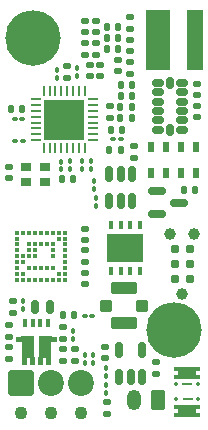
<source format=gbr>
%TF.GenerationSoftware,KiCad,Pcbnew,9.0.7*%
%TF.CreationDate,2026-02-19T22:00:42-05:00*%
%TF.ProjectId,OshEasyMini,4f736845-6173-4794-9d69-6e692e6b6963,rev?*%
%TF.SameCoordinates,Original*%
%TF.FileFunction,Soldermask,Bot*%
%TF.FilePolarity,Negative*%
%FSLAX46Y46*%
G04 Gerber Fmt 4.6, Leading zero omitted, Abs format (unit mm)*
G04 Created by KiCad (PCBNEW 9.0.7) date 2026-02-19 22:00:42*
%MOMM*%
%LPD*%
G01*
G04 APERTURE LIST*
G04 Aperture macros list*
%AMRoundRect*
0 Rectangle with rounded corners*
0 $1 Rounding radius*
0 $2 $3 $4 $5 $6 $7 $8 $9 X,Y pos of 4 corners*
0 Add a 4 corners polygon primitive as box body*
4,1,4,$2,$3,$4,$5,$6,$7,$8,$9,$2,$3,0*
0 Add four circle primitives for the rounded corners*
1,1,$1+$1,$2,$3*
1,1,$1+$1,$4,$5*
1,1,$1+$1,$6,$7*
1,1,$1+$1,$8,$9*
0 Add four rect primitives between the rounded corners*
20,1,$1+$1,$2,$3,$4,$5,0*
20,1,$1+$1,$4,$5,$6,$7,0*
20,1,$1+$1,$6,$7,$8,$9,0*
20,1,$1+$1,$8,$9,$2,$3,0*%
%AMFreePoly0*
4,1,17,1.515000,0.170000,0.915000,0.170000,0.915000,-0.080000,1.515000,-0.080000,1.515000,-0.480000,0.915000,-0.480000,0.915000,-0.505000,-0.395000,-0.505000,-0.395000,-1.005000,-0.825000,-1.005000,-0.825000,-0.625000,-0.915000,-0.625000,-0.915000,0.505000,0.815000,0.505000,0.815000,0.570000,1.515000,0.570000,1.515000,0.170000,1.515000,0.170000,$1*%
%AMFreePoly1*
4,1,17,-0.395000,0.505000,0.915000,0.505000,0.915000,0.480000,1.515000,0.480000,1.515000,0.080000,0.915000,0.080000,0.915000,-0.170000,1.515000,-0.170000,1.515000,-0.570000,0.815000,-0.570000,0.815000,-0.505000,-0.915000,-0.505000,-0.915000,0.625000,-0.825000,0.625000,-0.825000,1.005000,-0.395000,1.005000,-0.395000,0.505000,-0.395000,0.505000,$1*%
%AMFreePoly2*
4,1,15,1.100000,0.175000,0.750000,0.175000,0.750000,-0.175000,1.100000,-0.175000,1.100000,-0.475000,0.750000,-0.475000,-0.750000,-0.475000,-1.100000,-0.475000,-1.100000,-0.175000,-0.750000,-0.175000,-0.750000,0.175000,-1.100000,0.175000,-1.100000,0.475000,1.100000,0.475000,1.100000,0.175000,1.100000,0.175000,$1*%
G04 Aperture macros list end*
%ADD10C,1.100000*%
%ADD11RoundRect,0.249999X-0.850001X-0.850001X0.850001X-0.850001X0.850001X0.850001X-0.850001X0.850001X0*%
%ADD12C,2.200000*%
%ADD13RoundRect,0.250000X0.350000X0.625000X-0.350000X0.625000X-0.350000X-0.625000X0.350000X-0.625000X0*%
%ADD14O,1.200000X1.750000*%
%ADD15C,4.700000*%
%ADD16RoundRect,0.140000X0.140000X0.170000X-0.140000X0.170000X-0.140000X-0.170000X0.140000X-0.170000X0*%
%ADD17RoundRect,0.150000X0.150000X0.450000X-0.150000X0.450000X-0.150000X-0.450000X0.150000X-0.450000X0*%
%ADD18RoundRect,0.100000X0.100000X-0.130000X0.100000X0.130000X-0.100000X0.130000X-0.100000X-0.130000X0*%
%ADD19RoundRect,0.135000X-0.185000X0.135000X-0.185000X-0.135000X0.185000X-0.135000X0.185000X0.135000X0*%
%ADD20RoundRect,0.135000X0.185000X-0.135000X0.185000X0.135000X-0.185000X0.135000X-0.185000X-0.135000X0*%
%ADD21RoundRect,0.140000X0.170000X-0.140000X0.170000X0.140000X-0.170000X0.140000X-0.170000X-0.140000X0*%
%ADD22R,0.550000X0.950000*%
%ADD23RoundRect,0.140000X-0.140000X-0.170000X0.140000X-0.170000X0.140000X0.170000X-0.140000X0.170000X0*%
%ADD24RoundRect,0.100000X-0.100000X0.130000X-0.100000X-0.130000X0.100000X-0.130000X0.100000X0.130000X0*%
%ADD25RoundRect,0.147500X0.172500X-0.147500X0.172500X0.147500X-0.172500X0.147500X-0.172500X-0.147500X0*%
%ADD26RoundRect,0.100000X-0.400000X0.400000X-0.400000X-0.400000X0.400000X-0.400000X0.400000X0.400000X0*%
%ADD27RoundRect,0.105000X-0.995000X0.420000X-0.995000X-0.420000X0.995000X-0.420000X0.995000X0.420000X0*%
%ADD28RoundRect,0.100000X0.130000X0.100000X-0.130000X0.100000X-0.130000X-0.100000X0.130000X-0.100000X0*%
%ADD29RoundRect,0.140000X-0.170000X0.140000X-0.170000X-0.140000X0.170000X-0.140000X0.170000X0.140000X0*%
%ADD30RoundRect,0.147500X0.147500X0.172500X-0.147500X0.172500X-0.147500X-0.172500X0.147500X-0.172500X0*%
%ADD31RoundRect,0.147500X-0.147500X-0.172500X0.147500X-0.172500X0.147500X0.172500X-0.147500X0.172500X0*%
%ADD32R,0.304800X0.762000*%
%ADD33R,3.098800X2.387600*%
%ADD34R,0.350000X0.760000*%
%ADD35FreePoly0,270.000000*%
%ADD36FreePoly1,270.000000*%
%ADD37R,2.000000X5.080000*%
%ADD38RoundRect,0.150000X-0.150000X0.512500X-0.150000X-0.512500X0.150000X-0.512500X0.150000X0.512500X0*%
%ADD39FreePoly2,180.000000*%
%ADD40RoundRect,0.075000X0.100000X0.075000X-0.100000X0.075000X-0.100000X-0.075000X0.100000X-0.075000X0*%
%ADD41RoundRect,0.058750X0.376250X0.058750X-0.376250X0.058750X-0.376250X-0.058750X0.376250X-0.058750X0*%
%ADD42RoundRect,0.150000X0.325000X0.150000X-0.325000X0.150000X-0.325000X-0.150000X0.325000X-0.150000X0*%
%ADD43RoundRect,0.150000X0.150000X0.325000X-0.150000X0.325000X-0.150000X-0.325000X0.150000X-0.325000X0*%
%ADD44RoundRect,0.150000X-0.587500X-0.150000X0.587500X-0.150000X0.587500X0.150000X-0.587500X0.150000X0*%
%ADD45RoundRect,0.100000X-0.130000X-0.100000X0.130000X-0.100000X0.130000X0.100000X-0.130000X0.100000X0*%
%ADD46C,0.370000*%
%ADD47C,0.990600*%
%ADD48C,0.787400*%
%ADD49RoundRect,0.150000X0.150000X-0.512500X0.150000X0.512500X-0.150000X0.512500X-0.150000X-0.512500X0*%
%ADD50R,0.900000X0.800000*%
%ADD51R,1.400000X5.080000*%
%ADD52RoundRect,0.062500X-0.375000X-0.062500X0.375000X-0.062500X0.375000X0.062500X-0.375000X0.062500X0*%
%ADD53RoundRect,0.062500X-0.062500X-0.375000X0.062500X-0.375000X0.062500X0.375000X-0.062500X0.375000X0*%
%ADD54R,3.450000X3.450000*%
%ADD55FreePoly2,0.000000*%
%ADD56RoundRect,0.075000X-0.100000X-0.075000X0.100000X-0.075000X0.100000X0.075000X-0.100000X0.075000X0*%
%ADD57RoundRect,0.058750X-0.376250X-0.058750X0.376250X-0.058750X0.376250X0.058750X-0.376250X0.058750X0*%
G04 APERTURE END LIST*
D10*
%TO.C,J4*%
X91620000Y-64390000D03*
X94160000Y-64390000D03*
X96700000Y-64390000D03*
D11*
X91620000Y-61850000D03*
D12*
X94160000Y-61850000D03*
X96700000Y-61850000D03*
%TD*%
D13*
%TO.C,J6*%
X103180000Y-63250000D03*
D14*
X101180000Y-63250000D03*
%TD*%
D15*
%TO.C,H2*%
X92600000Y-32600000D03*
%TD*%
%TO.C,H1*%
X104600000Y-57350000D03*
%TD*%
D16*
%TO.C,C42*%
X99859506Y-31680235D03*
X98899506Y-31680235D03*
%TD*%
D17*
%TO.C,Y2*%
X94030203Y-55357890D03*
X92830203Y-55357890D03*
%TD*%
D16*
%TO.C,C39*%
X100995892Y-36580123D03*
X100035892Y-36580123D03*
%TD*%
D18*
%TO.C,R59*%
X98840000Y-61220000D03*
X98840000Y-60580000D03*
%TD*%
%TO.C,R9*%
X97950000Y-46825002D03*
X97950000Y-46185002D03*
%TD*%
D19*
%TO.C,R15*%
X95190000Y-57070000D03*
X95190000Y-58090000D03*
%TD*%
D20*
%TO.C,R54*%
X97042106Y-51611254D03*
X97042106Y-50591256D03*
%TD*%
D16*
%TO.C,C41*%
X99855291Y-32597834D03*
X98895291Y-32597834D03*
%TD*%
D21*
%TO.C,C7*%
X106470391Y-37443131D03*
X106470391Y-36483131D03*
%TD*%
D22*
%TO.C,U4*%
X102650000Y-41884904D03*
X103900000Y-41884904D03*
X105150000Y-41884904D03*
X106400000Y-41884904D03*
X106400000Y-44034904D03*
X105150000Y-44034904D03*
X103900000Y-44034904D03*
X102650000Y-44034904D03*
%TD*%
D23*
%TO.C,C27*%
X99090000Y-42130000D03*
X100050000Y-42130000D03*
%TD*%
D24*
%TO.C,R4*%
X96042992Y-57445294D03*
X96042992Y-58085294D03*
%TD*%
D18*
%TO.C,C50*%
X95030356Y-43724934D03*
X95030356Y-43084934D03*
%TD*%
D25*
%TO.C,L2*%
X97408749Y-35862499D03*
X97408749Y-34892499D03*
%TD*%
D21*
%TO.C,C9*%
X101200000Y-42760000D03*
X101200000Y-41800000D03*
%TD*%
D23*
%TO.C,C13*%
X90750978Y-38660977D03*
X91710978Y-38660977D03*
%TD*%
D18*
%TO.C,C51*%
X96790000Y-43700000D03*
X96790000Y-43060000D03*
%TD*%
D23*
%TO.C,C37*%
X100006249Y-38462500D03*
X100966249Y-38462500D03*
%TD*%
D25*
%TO.C,L1*%
X99106249Y-39362500D03*
X99106249Y-38392500D03*
%TD*%
D20*
%TO.C,R19*%
X90900000Y-55937083D03*
X90900000Y-54917085D03*
%TD*%
D26*
%TO.C,J5*%
X98826594Y-55270378D03*
D27*
X100326594Y-56745379D03*
D26*
X101826594Y-55270378D03*
D27*
X100326594Y-53795377D03*
%TD*%
D18*
%TO.C,R5*%
X91737569Y-55548425D03*
X91737569Y-54908425D03*
%TD*%
D28*
%TO.C,C49*%
X100079899Y-41200000D03*
X99439899Y-41200000D03*
%TD*%
D29*
%TO.C,C36*%
X97958005Y-31190767D03*
X97958005Y-32150767D03*
%TD*%
D30*
%TO.C,D6*%
X96136185Y-56071328D03*
X95166185Y-56071328D03*
%TD*%
D31*
%TO.C,L6*%
X98870408Y-33536292D03*
X99840408Y-33536292D03*
%TD*%
D19*
%TO.C,R12*%
X95506249Y-34952501D03*
X95506249Y-35972499D03*
%TD*%
D32*
%TO.C,U19*%
X101650000Y-52387000D03*
X100849900Y-52387000D03*
X100049800Y-52387000D03*
X99249700Y-52387000D03*
X99249700Y-48450000D03*
X100049800Y-48450000D03*
X100849900Y-48450000D03*
X101650000Y-48450000D03*
D33*
X100449850Y-50418500D03*
%TD*%
D24*
%TO.C,C48*%
X94677814Y-35353629D03*
X94677814Y-35993629D03*
%TD*%
D34*
%TO.C,U20*%
X91943463Y-56783325D03*
X92593463Y-56783325D03*
X93243463Y-56783325D03*
X93893463Y-56783325D03*
D35*
X92223463Y-58748325D03*
D36*
X93613463Y-58748325D03*
%TD*%
D37*
%TO.C,J3*%
X103200000Y-32800000D03*
%TD*%
D29*
%TO.C,C31*%
X97006249Y-33062500D03*
X97006249Y-34022500D03*
%TD*%
D38*
%TO.C,U2*%
X99087501Y-44112500D03*
X100037500Y-44112500D03*
X100987499Y-44112500D03*
X100987499Y-46387500D03*
X100037500Y-46387500D03*
X99087501Y-46387500D03*
%TD*%
D24*
%TO.C,R1*%
X97800000Y-44730000D03*
X97800000Y-45370000D03*
%TD*%
%TO.C,R46*%
X96992341Y-59471811D03*
X96992341Y-60111811D03*
%TD*%
D20*
%TO.C,R21*%
X98918131Y-64485309D03*
X98918131Y-63465311D03*
%TD*%
D21*
%TO.C,C43*%
X97068908Y-49720526D03*
X97068908Y-48760526D03*
%TD*%
D16*
%TO.C,C33*%
X100191073Y-40368044D03*
X99231073Y-40368044D03*
%TD*%
D21*
%TO.C,C38*%
X99820660Y-35404096D03*
X99820660Y-34444096D03*
%TD*%
D39*
%TO.C,Q3*%
X105683812Y-60973127D03*
D40*
X106608812Y-61948127D03*
D41*
X105643812Y-61948127D03*
D40*
X104758812Y-61948127D03*
%TD*%
D18*
%TO.C,C47*%
X95737384Y-43713246D03*
X95737384Y-43073246D03*
%TD*%
D30*
%TO.C,L4*%
X101026826Y-37522156D03*
X100056826Y-37522156D03*
%TD*%
D42*
%TO.C,U3*%
X105200000Y-36400000D03*
X105200000Y-37200000D03*
X105200000Y-38000000D03*
X105200000Y-38800000D03*
X105200000Y-39600000D03*
X105200000Y-40400000D03*
D43*
X104200000Y-40400001D03*
D42*
X103200000Y-40400000D03*
X103200000Y-39600000D03*
X103200000Y-38800000D03*
X103200000Y-38000000D03*
X103200000Y-37200000D03*
X103200000Y-36400000D03*
D43*
X104200000Y-36399999D03*
%TD*%
D25*
%TO.C,L7*%
X100806249Y-33747500D03*
X100806249Y-32777500D03*
%TD*%
%TO.C,L5*%
X100806249Y-35632500D03*
X100806249Y-34662500D03*
%TD*%
D20*
%TO.C,R18*%
X96163770Y-59957373D03*
X96163770Y-58937375D03*
%TD*%
D44*
%TO.C,U6*%
X103112500Y-47500000D03*
X103112500Y-45600000D03*
X104987501Y-46550000D03*
%TD*%
D24*
%TO.C,C29*%
X96325350Y-35169319D03*
X96325350Y-35809319D03*
%TD*%
D19*
%TO.C,R16*%
X90614999Y-56901009D03*
X90614999Y-57921009D03*
%TD*%
D21*
%TO.C,C25*%
X90600000Y-44500000D03*
X90600000Y-43540000D03*
%TD*%
D45*
%TO.C,R56*%
X97003630Y-56131971D03*
X97643630Y-56131971D03*
%TD*%
D29*
%TO.C,C8*%
X106483237Y-38333973D03*
X106483237Y-39293973D03*
%TD*%
D18*
%TO.C,R47*%
X97694626Y-60096616D03*
X97694626Y-59456616D03*
%TD*%
D16*
%TO.C,C26*%
X96043070Y-44590231D03*
X95083070Y-44590231D03*
%TD*%
D46*
%TO.C,U1*%
X91304541Y-53100000D03*
X91804541Y-53100000D03*
X92304541Y-53100000D03*
X92804541Y-53100000D03*
X93304541Y-53100001D03*
X93804541Y-53100000D03*
X94304541Y-53100000D03*
X94804541Y-53100000D03*
X95304541Y-53100000D03*
X91304541Y-52600000D03*
X91804541Y-52600000D03*
X94804541Y-52600000D03*
X95304541Y-52600000D03*
X91304541Y-52100000D03*
X92304541Y-52100000D03*
X92804541Y-52100000D03*
X93304541Y-52100000D03*
X93804541Y-52100000D03*
X94304541Y-52100000D03*
X95304541Y-52100000D03*
X91304541Y-51600000D03*
X91804541Y-51600000D03*
X95304541Y-51600000D03*
X91304540Y-51100000D03*
X91804541Y-51100000D03*
X92304541Y-51100000D03*
X92804542Y-51100000D03*
X94304541Y-51100000D03*
X95304542Y-51100000D03*
X91304541Y-50600000D03*
X92304541Y-50600000D03*
X92804541Y-50600000D03*
X94304541Y-50600000D03*
X95304541Y-50600000D03*
X91304541Y-50100000D03*
X92304541Y-50100000D03*
X92804541Y-50100000D03*
X93304541Y-50100000D03*
X93804541Y-50100000D03*
X94304541Y-50100000D03*
X95304541Y-50100000D03*
X91304541Y-49600000D03*
X94804541Y-49600000D03*
X95304541Y-49600000D03*
X91304541Y-49100000D03*
X91804541Y-49100000D03*
X92304541Y-49100000D03*
X92804541Y-49100000D03*
X93304541Y-49099999D03*
X93804541Y-49100000D03*
X94304541Y-49100000D03*
X94804541Y-49100000D03*
X95304541Y-49100000D03*
%TD*%
D47*
%TO.C,J1*%
X105265000Y-54320000D03*
X104249000Y-49240000D03*
X106281000Y-49240000D03*
D48*
X104630000Y-53050000D03*
X105900000Y-53050000D03*
X104630000Y-51780000D03*
X105900000Y-51780000D03*
X104630000Y-50510000D03*
X105900000Y-50510000D03*
%TD*%
D49*
%TO.C,U17*%
X101832500Y-61337500D03*
X100882500Y-61337500D03*
X99932500Y-61337500D03*
X99932500Y-59062500D03*
X101832500Y-59062500D03*
%TD*%
D45*
%TO.C,C32*%
X91097455Y-41311201D03*
X91737455Y-41311201D03*
%TD*%
D24*
%TO.C,R52*%
X98840000Y-62030000D03*
X98840000Y-62670000D03*
%TD*%
D50*
%TO.C,Y1*%
X93675000Y-44825000D03*
X92025000Y-44825000D03*
X92025000Y-43575000D03*
X93675000Y-43575000D03*
%TD*%
D29*
%TO.C,C35*%
X97017289Y-31189490D03*
X97017289Y-32149490D03*
%TD*%
D25*
%TO.C,FB2*%
X97059974Y-53456571D03*
X97059974Y-52486571D03*
%TD*%
%TO.C,L8*%
X100795707Y-31851209D03*
X100795707Y-30881209D03*
%TD*%
D20*
%TO.C,R13*%
X95187660Y-59947523D03*
X95187660Y-58927523D03*
%TD*%
D51*
%TO.C,J3*%
X106300000Y-32800000D03*
%TD*%
D18*
%TO.C,C30*%
X97514460Y-43690672D03*
X97514460Y-43050672D03*
%TD*%
D29*
%TO.C,C40*%
X98334962Y-34909117D03*
X98334962Y-35869117D03*
%TD*%
D31*
%TO.C,L3*%
X100025425Y-39427157D03*
X100995425Y-39427157D03*
%TD*%
D45*
%TO.C,C34*%
X91088777Y-39514107D03*
X91728777Y-39514107D03*
%TD*%
D16*
%TO.C,C10*%
X106380000Y-45500000D03*
X105420000Y-45500000D03*
%TD*%
D20*
%TO.C,R37*%
X103080000Y-61039998D03*
X103080000Y-60020000D03*
%TD*%
D21*
%TO.C,C20*%
X98720000Y-59750000D03*
X98720000Y-58790000D03*
%TD*%
D52*
%TO.C,U8*%
X92837500Y-41275000D03*
X92837500Y-40775000D03*
X92837500Y-40275000D03*
X92837500Y-39775000D03*
X92837500Y-39275000D03*
X92837500Y-38775000D03*
X92837500Y-38275000D03*
X92837500Y-37775000D03*
D53*
X93525000Y-37087500D03*
X94025000Y-37087500D03*
X94525000Y-37087500D03*
X95025000Y-37087500D03*
X95525000Y-37087500D03*
X96025000Y-37087500D03*
X96525000Y-37087500D03*
X97025000Y-37087500D03*
D52*
X97712500Y-37775000D03*
X97712500Y-38275000D03*
X97712500Y-38775000D03*
X97712500Y-39275000D03*
X97712500Y-39775000D03*
X97712500Y-40275000D03*
X97712500Y-40775000D03*
X97712500Y-41275000D03*
D53*
X97025000Y-41962500D03*
X96525000Y-41962500D03*
X96025000Y-41962500D03*
X95525000Y-41962500D03*
X95025000Y-41962500D03*
X94525000Y-41962500D03*
X94025000Y-41962500D03*
X93525000Y-41962500D03*
D54*
X95275000Y-39525000D03*
%TD*%
D55*
%TO.C,Q1*%
X105680271Y-64200000D03*
D56*
X104755271Y-63225000D03*
D57*
X105720271Y-63225000D03*
D56*
X106605271Y-63225000D03*
%TD*%
D20*
%TO.C,R14*%
X90614999Y-59831009D03*
X90614999Y-58811009D03*
%TD*%
D19*
%TO.C,R48*%
X97946249Y-33012501D03*
X97946249Y-34032499D03*
%TD*%
M02*

</source>
